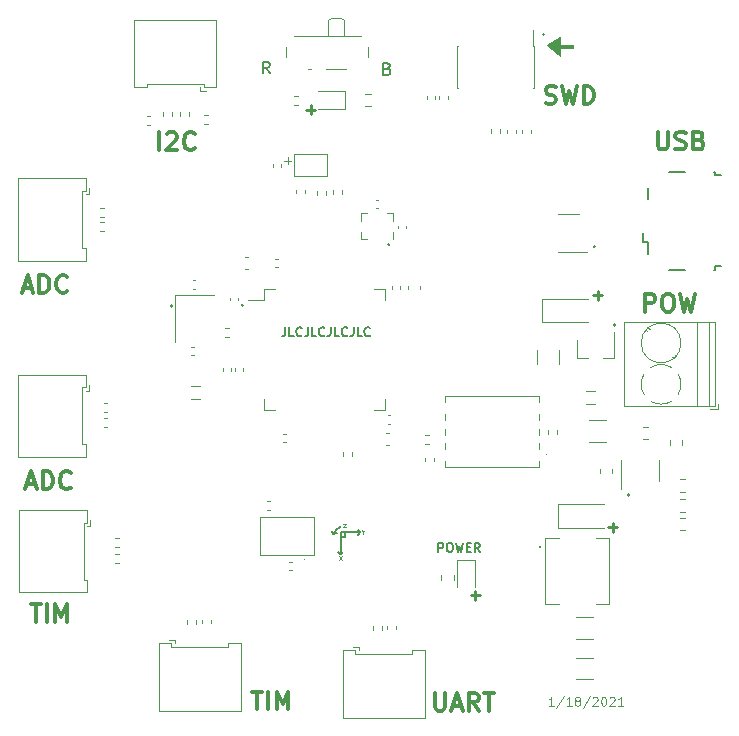
<source format=gbr>
%TF.GenerationSoftware,KiCad,Pcbnew,(5.1.8)-1*%
%TF.CreationDate,2021-01-21T22:43:38-05:00*%
%TF.ProjectId,Sensor Project,53656e73-6f72-4205-9072-6f6a6563742e,rev?*%
%TF.SameCoordinates,Original*%
%TF.FileFunction,Legend,Top*%
%TF.FilePolarity,Positive*%
%FSLAX46Y46*%
G04 Gerber Fmt 4.6, Leading zero omitted, Abs format (unit mm)*
G04 Created by KiCad (PCBNEW (5.1.8)-1) date 2021-01-21 22:43:38*
%MOMM*%
%LPD*%
G01*
G04 APERTURE LIST*
%ADD10C,0.250000*%
%ADD11C,0.150000*%
%ADD12C,0.187500*%
%ADD13C,0.125000*%
%ADD14C,0.300000*%
%ADD15C,0.075000*%
%ADD16C,0.100000*%
%ADD17C,0.120000*%
G04 APERTURE END LIST*
D10*
X149819047Y-74071428D02*
X150580952Y-74071428D01*
X150200000Y-74452380D02*
X150200000Y-73690476D01*
D11*
X175967082Y-92300000D02*
G75*
G03*
X175967082Y-92300000I-67082J0D01*
G01*
X138467082Y-90700000D02*
G75*
G03*
X138467082Y-90700000I-67082J0D01*
G01*
X169967082Y-67700000D02*
G75*
G03*
X169967082Y-67700000I-67082J0D01*
G01*
X174267082Y-85700000D02*
G75*
G03*
X174267082Y-85700000I-67082J0D01*
G01*
X156867082Y-85500000D02*
G75*
G03*
X156867082Y-85500000I-67082J0D01*
G01*
X169667082Y-111100000D02*
G75*
G03*
X169667082Y-111100000I-67082J0D01*
G01*
X177167082Y-106700000D02*
G75*
G03*
X177167082Y-106700000I-67082J0D01*
G01*
D12*
X148035714Y-92489285D02*
X148035714Y-93025000D01*
X148000000Y-93132142D01*
X147928571Y-93203571D01*
X147821428Y-93239285D01*
X147750000Y-93239285D01*
X148750000Y-93239285D02*
X148392857Y-93239285D01*
X148392857Y-92489285D01*
X149428571Y-93167857D02*
X149392857Y-93203571D01*
X149285714Y-93239285D01*
X149214285Y-93239285D01*
X149107142Y-93203571D01*
X149035714Y-93132142D01*
X149000000Y-93060714D01*
X148964285Y-92917857D01*
X148964285Y-92810714D01*
X149000000Y-92667857D01*
X149035714Y-92596428D01*
X149107142Y-92525000D01*
X149214285Y-92489285D01*
X149285714Y-92489285D01*
X149392857Y-92525000D01*
X149428571Y-92560714D01*
X149964285Y-92489285D02*
X149964285Y-93025000D01*
X149928571Y-93132142D01*
X149857142Y-93203571D01*
X149750000Y-93239285D01*
X149678571Y-93239285D01*
X150678571Y-93239285D02*
X150321428Y-93239285D01*
X150321428Y-92489285D01*
X151357142Y-93167857D02*
X151321428Y-93203571D01*
X151214285Y-93239285D01*
X151142857Y-93239285D01*
X151035714Y-93203571D01*
X150964285Y-93132142D01*
X150928571Y-93060714D01*
X150892857Y-92917857D01*
X150892857Y-92810714D01*
X150928571Y-92667857D01*
X150964285Y-92596428D01*
X151035714Y-92525000D01*
X151142857Y-92489285D01*
X151214285Y-92489285D01*
X151321428Y-92525000D01*
X151357142Y-92560714D01*
X151892857Y-92489285D02*
X151892857Y-93025000D01*
X151857142Y-93132142D01*
X151785714Y-93203571D01*
X151678571Y-93239285D01*
X151607142Y-93239285D01*
X152607142Y-93239285D02*
X152250000Y-93239285D01*
X152250000Y-92489285D01*
X153285714Y-93167857D02*
X153250000Y-93203571D01*
X153142857Y-93239285D01*
X153071428Y-93239285D01*
X152964285Y-93203571D01*
X152892857Y-93132142D01*
X152857142Y-93060714D01*
X152821428Y-92917857D01*
X152821428Y-92810714D01*
X152857142Y-92667857D01*
X152892857Y-92596428D01*
X152964285Y-92525000D01*
X153071428Y-92489285D01*
X153142857Y-92489285D01*
X153250000Y-92525000D01*
X153285714Y-92560714D01*
X153821428Y-92489285D02*
X153821428Y-93025000D01*
X153785714Y-93132142D01*
X153714285Y-93203571D01*
X153607142Y-93239285D01*
X153535714Y-93239285D01*
X154535714Y-93239285D02*
X154178571Y-93239285D01*
X154178571Y-92489285D01*
X155214285Y-93167857D02*
X155178571Y-93203571D01*
X155071428Y-93239285D01*
X155000000Y-93239285D01*
X154892857Y-93203571D01*
X154821428Y-93132142D01*
X154785714Y-93060714D01*
X154750000Y-92917857D01*
X154750000Y-92810714D01*
X154785714Y-92667857D01*
X154821428Y-92596428D01*
X154892857Y-92525000D01*
X155000000Y-92489285D01*
X155071428Y-92489285D01*
X155178571Y-92525000D01*
X155214285Y-92560714D01*
D13*
X170785714Y-124539285D02*
X170357142Y-124539285D01*
X170571428Y-124539285D02*
X170571428Y-123789285D01*
X170500000Y-123896428D01*
X170428571Y-123967857D01*
X170357142Y-124003571D01*
X171642857Y-123753571D02*
X171000000Y-124717857D01*
X172285714Y-124539285D02*
X171857142Y-124539285D01*
X172071428Y-124539285D02*
X172071428Y-123789285D01*
X172000000Y-123896428D01*
X171928571Y-123967857D01*
X171857142Y-124003571D01*
X172714285Y-124110714D02*
X172642857Y-124075000D01*
X172607142Y-124039285D01*
X172571428Y-123967857D01*
X172571428Y-123932142D01*
X172607142Y-123860714D01*
X172642857Y-123825000D01*
X172714285Y-123789285D01*
X172857142Y-123789285D01*
X172928571Y-123825000D01*
X172964285Y-123860714D01*
X173000000Y-123932142D01*
X173000000Y-123967857D01*
X172964285Y-124039285D01*
X172928571Y-124075000D01*
X172857142Y-124110714D01*
X172714285Y-124110714D01*
X172642857Y-124146428D01*
X172607142Y-124182142D01*
X172571428Y-124253571D01*
X172571428Y-124396428D01*
X172607142Y-124467857D01*
X172642857Y-124503571D01*
X172714285Y-124539285D01*
X172857142Y-124539285D01*
X172928571Y-124503571D01*
X172964285Y-124467857D01*
X173000000Y-124396428D01*
X173000000Y-124253571D01*
X172964285Y-124182142D01*
X172928571Y-124146428D01*
X172857142Y-124110714D01*
X173857142Y-123753571D02*
X173214285Y-124717857D01*
X174071428Y-123860714D02*
X174107142Y-123825000D01*
X174178571Y-123789285D01*
X174357142Y-123789285D01*
X174428571Y-123825000D01*
X174464285Y-123860714D01*
X174500000Y-123932142D01*
X174500000Y-124003571D01*
X174464285Y-124110714D01*
X174035714Y-124539285D01*
X174500000Y-124539285D01*
X174964285Y-123789285D02*
X175035714Y-123789285D01*
X175107142Y-123825000D01*
X175142857Y-123860714D01*
X175178571Y-123932142D01*
X175214285Y-124075000D01*
X175214285Y-124253571D01*
X175178571Y-124396428D01*
X175142857Y-124467857D01*
X175107142Y-124503571D01*
X175035714Y-124539285D01*
X174964285Y-124539285D01*
X174892857Y-124503571D01*
X174857142Y-124467857D01*
X174821428Y-124396428D01*
X174785714Y-124253571D01*
X174785714Y-124075000D01*
X174821428Y-123932142D01*
X174857142Y-123860714D01*
X174892857Y-123825000D01*
X174964285Y-123789285D01*
X175500000Y-123860714D02*
X175535714Y-123825000D01*
X175607142Y-123789285D01*
X175785714Y-123789285D01*
X175857142Y-123825000D01*
X175892857Y-123860714D01*
X175928571Y-123932142D01*
X175928571Y-124003571D01*
X175892857Y-124110714D01*
X175464285Y-124539285D01*
X175928571Y-124539285D01*
X176642857Y-124539285D02*
X176214285Y-124539285D01*
X176428571Y-124539285D02*
X176428571Y-123789285D01*
X176357142Y-123896428D01*
X176285714Y-123967857D01*
X176214285Y-124003571D01*
D12*
X160997857Y-111519285D02*
X160997857Y-110769285D01*
X161283571Y-110769285D01*
X161355000Y-110805000D01*
X161390714Y-110840714D01*
X161426428Y-110912142D01*
X161426428Y-111019285D01*
X161390714Y-111090714D01*
X161355000Y-111126428D01*
X161283571Y-111162142D01*
X160997857Y-111162142D01*
X161890714Y-110769285D02*
X162033571Y-110769285D01*
X162105000Y-110805000D01*
X162176428Y-110876428D01*
X162212142Y-111019285D01*
X162212142Y-111269285D01*
X162176428Y-111412142D01*
X162105000Y-111483571D01*
X162033571Y-111519285D01*
X161890714Y-111519285D01*
X161819285Y-111483571D01*
X161747857Y-111412142D01*
X161712142Y-111269285D01*
X161712142Y-111019285D01*
X161747857Y-110876428D01*
X161819285Y-110805000D01*
X161890714Y-110769285D01*
X162462142Y-110769285D02*
X162640714Y-111519285D01*
X162783571Y-110983571D01*
X162926428Y-111519285D01*
X163105000Y-110769285D01*
X163390714Y-111126428D02*
X163640714Y-111126428D01*
X163747857Y-111519285D02*
X163390714Y-111519285D01*
X163390714Y-110769285D01*
X163747857Y-110769285D01*
X164497857Y-111519285D02*
X164247857Y-111162142D01*
X164069285Y-111519285D02*
X164069285Y-110769285D01*
X164355000Y-110769285D01*
X164426428Y-110805000D01*
X164462142Y-110840714D01*
X164497857Y-110912142D01*
X164497857Y-111019285D01*
X164462142Y-111090714D01*
X164426428Y-111126428D01*
X164355000Y-111162142D01*
X164069285Y-111162142D01*
D14*
X178514285Y-91178571D02*
X178514285Y-89678571D01*
X179085714Y-89678571D01*
X179228571Y-89750000D01*
X179300000Y-89821428D01*
X179371428Y-89964285D01*
X179371428Y-90178571D01*
X179300000Y-90321428D01*
X179228571Y-90392857D01*
X179085714Y-90464285D01*
X178514285Y-90464285D01*
X180300000Y-89678571D02*
X180585714Y-89678571D01*
X180728571Y-89750000D01*
X180871428Y-89892857D01*
X180942857Y-90178571D01*
X180942857Y-90678571D01*
X180871428Y-90964285D01*
X180728571Y-91107142D01*
X180585714Y-91178571D01*
X180300000Y-91178571D01*
X180157142Y-91107142D01*
X180014285Y-90964285D01*
X179942857Y-90678571D01*
X179942857Y-90178571D01*
X180014285Y-89892857D01*
X180157142Y-89750000D01*
X180300000Y-89678571D01*
X181442857Y-89678571D02*
X181800000Y-91178571D01*
X182085714Y-90107142D01*
X182371428Y-91178571D01*
X182728571Y-89678571D01*
D10*
X174119047Y-89771428D02*
X174880952Y-89771428D01*
X174500000Y-90152380D02*
X174500000Y-89390476D01*
D15*
X152970000Y-109125714D02*
X153170000Y-109125714D01*
X152970000Y-109425714D01*
X153170000Y-109425714D01*
D11*
X152110000Y-110040000D02*
X152380000Y-109960000D01*
X152060000Y-110020000D02*
X152000000Y-109720000D01*
X152130000Y-109989999D02*
G75*
G02*
X152713186Y-109376656I1273185J-626656D01*
G01*
D15*
X154660000Y-109842857D02*
X154660000Y-109985714D01*
X154560000Y-109685714D02*
X154660000Y-109842857D01*
X154760000Y-109685714D01*
X152610000Y-111895714D02*
X152810000Y-112195714D01*
X152810000Y-111895714D02*
X152610000Y-112195714D01*
D11*
X153090000Y-110220000D02*
X153090000Y-109850000D01*
X153090000Y-110240000D02*
X152750000Y-110240000D01*
X154380000Y-109850000D02*
X154200000Y-110070000D01*
X154380000Y-109850000D02*
X154230000Y-109630000D01*
X152720000Y-109850000D02*
X154380000Y-109850000D01*
X152720000Y-111720000D02*
X152930000Y-111530000D01*
X152700000Y-111700000D02*
X152530000Y-111530000D01*
X152720000Y-109880000D02*
X152720000Y-111720000D01*
X144477082Y-90650000D02*
G75*
G03*
X144477082Y-90650000I-67082J0D01*
G01*
D10*
X163749047Y-115191428D02*
X164510952Y-115191428D01*
X164130000Y-115572380D02*
X164130000Y-114810476D01*
D11*
X156681428Y-70598571D02*
X156824285Y-70646190D01*
X156871904Y-70693809D01*
X156919523Y-70789047D01*
X156919523Y-70931904D01*
X156871904Y-71027142D01*
X156824285Y-71074761D01*
X156729047Y-71122380D01*
X156348095Y-71122380D01*
X156348095Y-70122380D01*
X156681428Y-70122380D01*
X156776666Y-70170000D01*
X156824285Y-70217619D01*
X156871904Y-70312857D01*
X156871904Y-70408095D01*
X156824285Y-70503333D01*
X156776666Y-70550952D01*
X156681428Y-70598571D01*
X156348095Y-70598571D01*
X146709523Y-71002380D02*
X146376190Y-70526190D01*
X146138095Y-71002380D02*
X146138095Y-70002380D01*
X146519047Y-70002380D01*
X146614285Y-70050000D01*
X146661904Y-70097619D01*
X146709523Y-70192857D01*
X146709523Y-70335714D01*
X146661904Y-70430952D01*
X146614285Y-70478571D01*
X146519047Y-70526190D01*
X146138095Y-70526190D01*
D16*
G36*
X172440000Y-68820000D02*
G01*
X171110000Y-68820000D01*
X171110000Y-68600000D01*
X172440000Y-68600000D01*
X172440000Y-68820000D01*
G37*
X172440000Y-68820000D02*
X171110000Y-68820000D01*
X171110000Y-68600000D01*
X172440000Y-68600000D01*
X172440000Y-68820000D01*
G36*
X171270000Y-69500000D02*
G01*
X170170000Y-68620000D01*
X170160000Y-68600000D01*
X171270000Y-67910000D01*
X171270000Y-69500000D01*
G37*
X171270000Y-69500000D02*
X170170000Y-68620000D01*
X170160000Y-68600000D01*
X171270000Y-67910000D01*
X171270000Y-69500000D01*
D14*
X179577142Y-75938571D02*
X179577142Y-77152857D01*
X179648571Y-77295714D01*
X179720000Y-77367142D01*
X179862857Y-77438571D01*
X180148571Y-77438571D01*
X180291428Y-77367142D01*
X180362857Y-77295714D01*
X180434285Y-77152857D01*
X180434285Y-75938571D01*
X181077142Y-77367142D02*
X181291428Y-77438571D01*
X181648571Y-77438571D01*
X181791428Y-77367142D01*
X181862857Y-77295714D01*
X181934285Y-77152857D01*
X181934285Y-77010000D01*
X181862857Y-76867142D01*
X181791428Y-76795714D01*
X181648571Y-76724285D01*
X181362857Y-76652857D01*
X181220000Y-76581428D01*
X181148571Y-76510000D01*
X181077142Y-76367142D01*
X181077142Y-76224285D01*
X181148571Y-76081428D01*
X181220000Y-76010000D01*
X181362857Y-75938571D01*
X181720000Y-75938571D01*
X181934285Y-76010000D01*
X183077142Y-76652857D02*
X183291428Y-76724285D01*
X183362857Y-76795714D01*
X183434285Y-76938571D01*
X183434285Y-77152857D01*
X183362857Y-77295714D01*
X183291428Y-77367142D01*
X183148571Y-77438571D01*
X182577142Y-77438571D01*
X182577142Y-75938571D01*
X183077142Y-75938571D01*
X183220000Y-76010000D01*
X183291428Y-76081428D01*
X183362857Y-76224285D01*
X183362857Y-76367142D01*
X183291428Y-76510000D01*
X183220000Y-76581428D01*
X183077142Y-76652857D01*
X182577142Y-76652857D01*
X160717142Y-123468571D02*
X160717142Y-124682857D01*
X160788571Y-124825714D01*
X160860000Y-124897142D01*
X161002857Y-124968571D01*
X161288571Y-124968571D01*
X161431428Y-124897142D01*
X161502857Y-124825714D01*
X161574285Y-124682857D01*
X161574285Y-123468571D01*
X162217142Y-124540000D02*
X162931428Y-124540000D01*
X162074285Y-124968571D02*
X162574285Y-123468571D01*
X163074285Y-124968571D01*
X164431428Y-124968571D02*
X163931428Y-124254285D01*
X163574285Y-124968571D02*
X163574285Y-123468571D01*
X164145714Y-123468571D01*
X164288571Y-123540000D01*
X164360000Y-123611428D01*
X164431428Y-123754285D01*
X164431428Y-123968571D01*
X164360000Y-124111428D01*
X164288571Y-124182857D01*
X164145714Y-124254285D01*
X163574285Y-124254285D01*
X164860000Y-123468571D02*
X165717142Y-123468571D01*
X165288571Y-124968571D02*
X165288571Y-123468571D01*
X145237142Y-123358571D02*
X146094285Y-123358571D01*
X145665714Y-124858571D02*
X145665714Y-123358571D01*
X146594285Y-124858571D02*
X146594285Y-123358571D01*
X147308571Y-124858571D02*
X147308571Y-123358571D01*
X147808571Y-124430000D01*
X148308571Y-123358571D01*
X148308571Y-124858571D01*
X126477142Y-115928571D02*
X127334285Y-115928571D01*
X126905714Y-117428571D02*
X126905714Y-115928571D01*
X127834285Y-117428571D02*
X127834285Y-115928571D01*
X128548571Y-117428571D02*
X128548571Y-115928571D01*
X129048571Y-117000000D01*
X129548571Y-115928571D01*
X129548571Y-117428571D01*
X126162857Y-105780000D02*
X126877142Y-105780000D01*
X126020000Y-106208571D02*
X126520000Y-104708571D01*
X127020000Y-106208571D01*
X127520000Y-106208571D02*
X127520000Y-104708571D01*
X127877142Y-104708571D01*
X128091428Y-104780000D01*
X128234285Y-104922857D01*
X128305714Y-105065714D01*
X128377142Y-105351428D01*
X128377142Y-105565714D01*
X128305714Y-105851428D01*
X128234285Y-105994285D01*
X128091428Y-106137142D01*
X127877142Y-106208571D01*
X127520000Y-106208571D01*
X129877142Y-106065714D02*
X129805714Y-106137142D01*
X129591428Y-106208571D01*
X129448571Y-106208571D01*
X129234285Y-106137142D01*
X129091428Y-105994285D01*
X129020000Y-105851428D01*
X128948571Y-105565714D01*
X128948571Y-105351428D01*
X129020000Y-105065714D01*
X129091428Y-104922857D01*
X129234285Y-104780000D01*
X129448571Y-104708571D01*
X129591428Y-104708571D01*
X129805714Y-104780000D01*
X129877142Y-104851428D01*
X125862857Y-89160000D02*
X126577142Y-89160000D01*
X125720000Y-89588571D02*
X126220000Y-88088571D01*
X126720000Y-89588571D01*
X127220000Y-89588571D02*
X127220000Y-88088571D01*
X127577142Y-88088571D01*
X127791428Y-88160000D01*
X127934285Y-88302857D01*
X128005714Y-88445714D01*
X128077142Y-88731428D01*
X128077142Y-88945714D01*
X128005714Y-89231428D01*
X127934285Y-89374285D01*
X127791428Y-89517142D01*
X127577142Y-89588571D01*
X127220000Y-89588571D01*
X129577142Y-89445714D02*
X129505714Y-89517142D01*
X129291428Y-89588571D01*
X129148571Y-89588571D01*
X128934285Y-89517142D01*
X128791428Y-89374285D01*
X128720000Y-89231428D01*
X128648571Y-88945714D01*
X128648571Y-88731428D01*
X128720000Y-88445714D01*
X128791428Y-88302857D01*
X128934285Y-88160000D01*
X129148571Y-88088571D01*
X129291428Y-88088571D01*
X129505714Y-88160000D01*
X129577142Y-88231428D01*
X170094285Y-73507142D02*
X170308571Y-73578571D01*
X170665714Y-73578571D01*
X170808571Y-73507142D01*
X170880000Y-73435714D01*
X170951428Y-73292857D01*
X170951428Y-73150000D01*
X170880000Y-73007142D01*
X170808571Y-72935714D01*
X170665714Y-72864285D01*
X170380000Y-72792857D01*
X170237142Y-72721428D01*
X170165714Y-72650000D01*
X170094285Y-72507142D01*
X170094285Y-72364285D01*
X170165714Y-72221428D01*
X170237142Y-72150000D01*
X170380000Y-72078571D01*
X170737142Y-72078571D01*
X170951428Y-72150000D01*
X171451428Y-72078571D02*
X171808571Y-73578571D01*
X172094285Y-72507142D01*
X172380000Y-73578571D01*
X172737142Y-72078571D01*
X173308571Y-73578571D02*
X173308571Y-72078571D01*
X173665714Y-72078571D01*
X173880000Y-72150000D01*
X174022857Y-72292857D01*
X174094285Y-72435714D01*
X174165714Y-72721428D01*
X174165714Y-72935714D01*
X174094285Y-73221428D01*
X174022857Y-73364285D01*
X173880000Y-73507142D01*
X173665714Y-73578571D01*
X173308571Y-73578571D01*
X137375714Y-77498571D02*
X137375714Y-75998571D01*
X138018571Y-76141428D02*
X138090000Y-76070000D01*
X138232857Y-75998571D01*
X138590000Y-75998571D01*
X138732857Y-76070000D01*
X138804285Y-76141428D01*
X138875714Y-76284285D01*
X138875714Y-76427142D01*
X138804285Y-76641428D01*
X137947142Y-77498571D01*
X138875714Y-77498571D01*
X140375714Y-77355714D02*
X140304285Y-77427142D01*
X140090000Y-77498571D01*
X139947142Y-77498571D01*
X139732857Y-77427142D01*
X139590000Y-77284285D01*
X139518571Y-77141428D01*
X139447142Y-76855714D01*
X139447142Y-76641428D01*
X139518571Y-76355714D01*
X139590000Y-76212857D01*
X139732857Y-76070000D01*
X139947142Y-75998571D01*
X140090000Y-75998571D01*
X140304285Y-76070000D01*
X140375714Y-76141428D01*
D10*
X175369047Y-109451428D02*
X176130952Y-109451428D01*
X175750000Y-109832380D02*
X175750000Y-109070476D01*
D17*
%TO.C,D5*%
X151540000Y-79650000D02*
X148740000Y-79650000D01*
X148740000Y-79650000D02*
X148740000Y-77850000D01*
X148740000Y-77850000D02*
X151540000Y-77850000D01*
X151540000Y-77850000D02*
X151540000Y-79650000D01*
%TO.C,C16*%
X140307836Y-94140000D02*
X140092164Y-94140000D01*
X140307836Y-94860000D02*
X140092164Y-94860000D01*
%TO.C,C15*%
X140192164Y-89240000D02*
X140407836Y-89240000D01*
X140192164Y-88520000D02*
X140407836Y-88520000D01*
D11*
%TO.C,J1*%
X178750000Y-81670000D02*
X178750000Y-80670000D01*
X178750000Y-85270000D02*
X178750000Y-86270000D01*
X178325000Y-85270000D02*
X178750000Y-85270000D01*
X178325000Y-84545000D02*
X178325000Y-85270000D01*
X181900000Y-79320000D02*
X180500000Y-79320000D01*
X184450000Y-79320000D02*
X184300000Y-79320000D01*
X184450000Y-79620000D02*
X184450000Y-79320000D01*
X184900000Y-79620000D02*
X184450000Y-79620000D01*
X184450000Y-87320000D02*
X184900000Y-87320000D01*
X184450000Y-87620000D02*
X184450000Y-87320000D01*
X184300000Y-87620000D02*
X184450000Y-87620000D01*
X180500000Y-87620000D02*
X181900000Y-87620000D01*
D17*
%TO.C,SW1*%
X148140000Y-68810000D02*
X148140000Y-69600000D01*
X155040000Y-69600000D02*
X155040000Y-68810000D01*
X153190000Y-70650000D02*
X151490000Y-70650000D01*
X154440000Y-67800000D02*
X148740000Y-67800000D01*
X151690000Y-66510000D02*
X151690000Y-67800000D01*
X152790000Y-66300000D02*
X151890000Y-66300000D01*
X152990000Y-67800000D02*
X152990000Y-66510000D01*
X151690000Y-66510000D02*
X151890000Y-66300000D01*
X152990000Y-66510000D02*
X152790000Y-66300000D01*
X150190000Y-70650000D02*
X149990000Y-70650000D01*
%TO.C,FB1*%
X174279622Y-98990000D02*
X173480378Y-98990000D01*
X174279622Y-97870000D02*
X173480378Y-97870000D01*
%TO.C,J2*%
X181540000Y-93830000D02*
G75*
G03*
X181540000Y-93830000I-1680000J0D01*
G01*
X183960000Y-99140000D02*
X183960000Y-92020000D01*
X182860000Y-99140000D02*
X182860000Y-92020000D01*
X176700000Y-99140000D02*
X176700000Y-92020000D01*
X184420000Y-99140000D02*
X184420000Y-92020000D01*
X176700000Y-99140000D02*
X184420000Y-99140000D01*
X176700000Y-92020000D02*
X184420000Y-92020000D01*
X178791000Y-92555000D02*
X178919000Y-92684000D01*
X181041000Y-94805000D02*
X181134000Y-94899000D01*
X178585000Y-92760000D02*
X178679000Y-92854000D01*
X180801000Y-94975000D02*
X180929000Y-95104000D01*
X184020000Y-99380000D02*
X184660000Y-99380000D01*
X184660000Y-99380000D02*
X184660000Y-98980000D01*
X181540099Y-97301326D02*
G75*
G02*
X181300000Y-98196000I-1680099J-28674D01*
G01*
X180749894Y-98755358D02*
G75*
G02*
X178994000Y-98770000I-889894J1425358D01*
G01*
X178434642Y-98219894D02*
G75*
G02*
X178420000Y-96464000I1425358J889894D01*
G01*
X178969807Y-95904495D02*
G75*
G02*
X180751000Y-95905000I890193J-1425505D01*
G01*
X181284721Y-96439736D02*
G75*
G02*
X181540000Y-97330000I-1424721J-890264D01*
G01*
%TO.C,U2*%
X146250000Y-90230000D02*
X144910000Y-90230000D01*
X146250000Y-89280000D02*
X146250000Y-90230000D01*
X147200000Y-89280000D02*
X146250000Y-89280000D01*
X156470000Y-89280000D02*
X156470000Y-90230000D01*
X155520000Y-89280000D02*
X156470000Y-89280000D01*
X146250000Y-99500000D02*
X146250000Y-98550000D01*
X147200000Y-99500000D02*
X146250000Y-99500000D01*
X156470000Y-99500000D02*
X156470000Y-98550000D01*
X155520000Y-99500000D02*
X156470000Y-99500000D01*
%TO.C,D1*%
X169750000Y-90080000D02*
X173650000Y-90080000D01*
X169750000Y-92080000D02*
X173650000Y-92080000D01*
X169750000Y-90080000D02*
X169750000Y-92080000D01*
%TO.C,J4*%
X135230000Y-66470000D02*
X138715000Y-66470000D01*
X135230000Y-72190000D02*
X135230000Y-66470000D01*
X136300000Y-72190000D02*
X135230000Y-72190000D01*
X136300000Y-71890000D02*
X136300000Y-72190000D01*
X138715000Y-71890000D02*
X136300000Y-71890000D01*
X142200000Y-66470000D02*
X138715000Y-66470000D01*
X142200000Y-72190000D02*
X142200000Y-66470000D01*
X141130000Y-72190000D02*
X142200000Y-72190000D01*
X141130000Y-71890000D02*
X141130000Y-72190000D01*
X138715000Y-71890000D02*
X141130000Y-71890000D01*
X140840000Y-72480000D02*
X141340000Y-72480000D01*
X140840000Y-72180000D02*
X140840000Y-72480000D01*
%TO.C,J3*%
X159860000Y-125560000D02*
X156375000Y-125560000D01*
X159860000Y-119840000D02*
X159860000Y-125560000D01*
X158790000Y-119840000D02*
X159860000Y-119840000D01*
X158790000Y-120140000D02*
X158790000Y-119840000D01*
X156375000Y-120140000D02*
X158790000Y-120140000D01*
X152890000Y-125560000D02*
X156375000Y-125560000D01*
X152890000Y-119840000D02*
X152890000Y-125560000D01*
X153960000Y-119840000D02*
X152890000Y-119840000D01*
X153960000Y-120140000D02*
X153960000Y-119840000D01*
X156375000Y-120140000D02*
X153960000Y-120140000D01*
X154250000Y-119550000D02*
X153750000Y-119550000D01*
X154250000Y-119850000D02*
X154250000Y-119550000D01*
%TO.C,J7*%
X144280000Y-124970000D02*
X140795000Y-124970000D01*
X144280000Y-119250000D02*
X144280000Y-124970000D01*
X143210000Y-119250000D02*
X144280000Y-119250000D01*
X143210000Y-119550000D02*
X143210000Y-119250000D01*
X140795000Y-119550000D02*
X143210000Y-119550000D01*
X137310000Y-124970000D02*
X140795000Y-124970000D01*
X137310000Y-119250000D02*
X137310000Y-124970000D01*
X138380000Y-119250000D02*
X137310000Y-119250000D01*
X138380000Y-119550000D02*
X138380000Y-119250000D01*
X140795000Y-119550000D02*
X138380000Y-119550000D01*
X138670000Y-118960000D02*
X138170000Y-118960000D01*
X138670000Y-119260000D02*
X138670000Y-118960000D01*
%TO.C,J6*%
X125540000Y-114950000D02*
X125540000Y-111465000D01*
X131260000Y-114950000D02*
X125540000Y-114950000D01*
X131260000Y-113880000D02*
X131260000Y-114950000D01*
X130960000Y-113880000D02*
X131260000Y-113880000D01*
X130960000Y-111465000D02*
X130960000Y-113880000D01*
X125540000Y-107980000D02*
X125540000Y-111465000D01*
X131260000Y-107980000D02*
X125540000Y-107980000D01*
X131260000Y-109050000D02*
X131260000Y-107980000D01*
X130960000Y-109050000D02*
X131260000Y-109050000D01*
X130960000Y-111465000D02*
X130960000Y-109050000D01*
X131550000Y-109340000D02*
X131550000Y-108840000D01*
X131250000Y-109340000D02*
X131550000Y-109340000D01*
%TO.C,J8*%
X125440000Y-86860000D02*
X125440000Y-83375000D01*
X131160000Y-86860000D02*
X125440000Y-86860000D01*
X131160000Y-85790000D02*
X131160000Y-86860000D01*
X130860000Y-85790000D02*
X131160000Y-85790000D01*
X130860000Y-83375000D02*
X130860000Y-85790000D01*
X125440000Y-79890000D02*
X125440000Y-83375000D01*
X131160000Y-79890000D02*
X125440000Y-79890000D01*
X131160000Y-80960000D02*
X131160000Y-79890000D01*
X130860000Y-80960000D02*
X131160000Y-80960000D01*
X130860000Y-83375000D02*
X130860000Y-80960000D01*
X131450000Y-81250000D02*
X131450000Y-80750000D01*
X131150000Y-81250000D02*
X131450000Y-81250000D01*
%TO.C,J9*%
X125440000Y-103480000D02*
X125440000Y-99995000D01*
X131160000Y-103480000D02*
X125440000Y-103480000D01*
X131160000Y-102410000D02*
X131160000Y-103480000D01*
X130860000Y-102410000D02*
X131160000Y-102410000D01*
X130860000Y-99995000D02*
X130860000Y-102410000D01*
X125440000Y-96510000D02*
X125440000Y-99995000D01*
X131160000Y-96510000D02*
X125440000Y-96510000D01*
X131160000Y-97580000D02*
X131160000Y-96510000D01*
X130860000Y-97580000D02*
X131160000Y-97580000D01*
X130860000Y-99995000D02*
X130860000Y-97580000D01*
X131450000Y-97870000D02*
X131450000Y-97370000D01*
X131150000Y-97870000D02*
X131450000Y-97870000D01*
%TO.C,C1*%
X175211252Y-100390000D02*
X173788748Y-100390000D01*
X175211252Y-102210000D02*
X173788748Y-102210000D01*
%TO.C,C2*%
X175710000Y-104539420D02*
X175710000Y-104820580D01*
X174690000Y-104539420D02*
X174690000Y-104820580D01*
%TO.C,C3*%
X172638748Y-120470000D02*
X174061252Y-120470000D01*
X172638748Y-122290000D02*
X174061252Y-122290000D01*
%TO.C,C4*%
X172688748Y-118890000D02*
X174111252Y-118890000D01*
X172688748Y-117070000D02*
X174111252Y-117070000D01*
%TO.C,C5*%
X144890580Y-86560000D02*
X144609420Y-86560000D01*
X144890580Y-87580000D02*
X144609420Y-87580000D01*
%TO.C,C6*%
X156559420Y-102460000D02*
X156840580Y-102460000D01*
X156559420Y-101440000D02*
X156840580Y-101440000D01*
%TO.C,C7*%
X144060000Y-90227836D02*
X144060000Y-90012164D01*
X143340000Y-90227836D02*
X143340000Y-90012164D01*
%TO.C,C8*%
X158410000Y-89280580D02*
X158410000Y-88999420D01*
X159430000Y-89280580D02*
X159430000Y-88999420D01*
%TO.C,C9*%
X148077836Y-101510000D02*
X147862164Y-101510000D01*
X148077836Y-102230000D02*
X147862164Y-102230000D01*
%TO.C,C10*%
X156722164Y-99930000D02*
X156937836Y-99930000D01*
X156722164Y-100650000D02*
X156937836Y-100650000D01*
%TO.C,C11*%
X147212164Y-86690000D02*
X147427836Y-86690000D01*
X147212164Y-87410000D02*
X147427836Y-87410000D01*
%TO.C,C12*%
X157760000Y-89247836D02*
X157760000Y-89032164D01*
X157040000Y-89247836D02*
X157040000Y-89032164D01*
%TO.C,C13*%
X142730000Y-96177836D02*
X142730000Y-95962164D01*
X143450000Y-96177836D02*
X143450000Y-95962164D01*
%TO.C,C14*%
X144480000Y-96197836D02*
X144480000Y-95982164D01*
X143760000Y-96197836D02*
X143760000Y-95982164D01*
%TO.C,C17*%
X146970000Y-78682164D02*
X146970000Y-78897836D01*
X147690000Y-78682164D02*
X147690000Y-78897836D01*
%TO.C,C18*%
X160630000Y-103572164D02*
X160630000Y-103787836D01*
X159910000Y-103572164D02*
X159910000Y-103787836D01*
%TO.C,C19*%
X157550000Y-83912164D02*
X157550000Y-84127836D01*
X158270000Y-83912164D02*
X158270000Y-84127836D01*
%TO.C,C20*%
X155702164Y-81720000D02*
X155917836Y-81720000D01*
X155702164Y-82440000D02*
X155917836Y-82440000D01*
%TO.C,C21*%
X146707836Y-107240000D02*
X146492164Y-107240000D01*
X146707836Y-107960000D02*
X146492164Y-107960000D01*
%TO.C,C22*%
X148597836Y-113070000D02*
X148382164Y-113070000D01*
X148597836Y-112350000D02*
X148382164Y-112350000D01*
%TO.C,C23*%
X160010000Y-73147836D02*
X160010000Y-72932164D01*
X160730000Y-73147836D02*
X160730000Y-72932164D01*
%TO.C,D2*%
X171100000Y-107490000D02*
X175000000Y-107490000D01*
X171100000Y-109490000D02*
X175000000Y-109490000D01*
X171100000Y-107490000D02*
X171100000Y-109490000D01*
%TO.C,D3*%
X164085000Y-114490000D02*
X164085000Y-112205000D01*
X164085000Y-112205000D02*
X162615000Y-112205000D01*
X162615000Y-112205000D02*
X162615000Y-114490000D01*
%TO.C,D4*%
X153135000Y-72535000D02*
X150850000Y-72535000D01*
X153135000Y-74005000D02*
X153135000Y-72535000D01*
X150850000Y-74005000D02*
X153135000Y-74005000D01*
%TO.C,F1*%
X171210000Y-95602064D02*
X171210000Y-94397936D01*
X169390000Y-95602064D02*
X169390000Y-94397936D01*
%TO.C,FB2*%
X140839622Y-97470000D02*
X140040378Y-97470000D01*
X140839622Y-98590000D02*
X140040378Y-98590000D01*
%TO.C,J5*%
X162680000Y-72205000D02*
X162615000Y-72205000D01*
X162680000Y-68675000D02*
X162615000Y-68675000D01*
X169085000Y-72205000D02*
X169020000Y-72205000D01*
X169085000Y-68675000D02*
X169020000Y-68675000D01*
X169020000Y-67350000D02*
X169020000Y-68675000D01*
X162615000Y-68675000D02*
X162615000Y-72205000D01*
X169085000Y-68675000D02*
X169085000Y-72205000D01*
%TO.C,L1*%
X170060000Y-115910000D02*
X171210000Y-115910000D01*
X175460000Y-115910000D02*
X174310000Y-115910000D01*
X170060000Y-110310000D02*
X171210000Y-110310000D01*
X175460000Y-110310000D02*
X174310000Y-110310000D01*
X170060000Y-110310000D02*
X170060000Y-115910000D01*
X175460000Y-110310000D02*
X175460000Y-115910000D01*
%TO.C,Q1*%
X172720000Y-95060000D02*
X172720000Y-93600000D01*
X175880000Y-95060000D02*
X175880000Y-92900000D01*
X175880000Y-95060000D02*
X174950000Y-95060000D01*
X172720000Y-95060000D02*
X173650000Y-95060000D01*
%TO.C,R1*%
X178312742Y-101962500D02*
X178787258Y-101962500D01*
X178312742Y-100917500D02*
X178787258Y-100917500D01*
%TO.C,R2*%
X181672500Y-102032742D02*
X181672500Y-102507258D01*
X180627500Y-102032742D02*
X180627500Y-102507258D01*
%TO.C,R3*%
X181907258Y-106412500D02*
X181432742Y-106412500D01*
X181907258Y-105367500D02*
X181432742Y-105367500D01*
%TO.C,R4*%
X181442742Y-108122500D02*
X181917258Y-108122500D01*
X181442742Y-107077500D02*
X181917258Y-107077500D01*
%TO.C,R5*%
X181917258Y-109672500D02*
X181442742Y-109672500D01*
X181917258Y-108627500D02*
X181442742Y-108627500D01*
%TO.C,R6*%
X161257500Y-113442742D02*
X161257500Y-113917258D01*
X162302500Y-113442742D02*
X162302500Y-113917258D01*
%TO.C,R7*%
X141483641Y-74530000D02*
X141176359Y-74530000D01*
X141483641Y-75290000D02*
X141176359Y-75290000D01*
%TO.C,R8*%
X143283641Y-92570000D02*
X142976359Y-92570000D01*
X143283641Y-93330000D02*
X142976359Y-93330000D01*
%TO.C,R9*%
X136296359Y-74580000D02*
X136603641Y-74580000D01*
X136296359Y-75340000D02*
X136603641Y-75340000D01*
%TO.C,R10*%
X148806359Y-72900000D02*
X149113641Y-72900000D01*
X148806359Y-73660000D02*
X149113641Y-73660000D01*
%TO.C,R11*%
X152850000Y-80876359D02*
X152850000Y-81183641D01*
X152090000Y-80876359D02*
X152090000Y-81183641D01*
%TO.C,R12*%
X151490000Y-80966359D02*
X151490000Y-81273641D01*
X150730000Y-80966359D02*
X150730000Y-81273641D01*
%TO.C,R13*%
X149730000Y-80856359D02*
X149730000Y-81163641D01*
X148970000Y-80856359D02*
X148970000Y-81163641D01*
%TO.C,R14*%
X154812742Y-73792500D02*
X155287258Y-73792500D01*
X154812742Y-72747500D02*
X155287258Y-72747500D01*
%TO.C,R15*%
X152950000Y-103096359D02*
X152950000Y-103403641D01*
X153710000Y-103096359D02*
X153710000Y-103403641D01*
%TO.C,R16*%
X170320000Y-101503641D02*
X170320000Y-101196359D01*
X171080000Y-101503641D02*
X171080000Y-101196359D01*
%TO.C,R17*%
X159866359Y-102360000D02*
X160173641Y-102360000D01*
X159866359Y-101600000D02*
X160173641Y-101600000D01*
%TO.C,R18*%
X156250000Y-118103641D02*
X156250000Y-117796359D01*
X155490000Y-118103641D02*
X155490000Y-117796359D01*
%TO.C,R19*%
X156670000Y-118083641D02*
X156670000Y-117776359D01*
X157430000Y-118083641D02*
X157430000Y-117776359D01*
%TO.C,R20*%
X139160000Y-74286359D02*
X139160000Y-74593641D01*
X139920000Y-74286359D02*
X139920000Y-74593641D01*
%TO.C,R21*%
X137710000Y-74286359D02*
X137710000Y-74593641D01*
X138470000Y-74286359D02*
X138470000Y-74593641D01*
%TO.C,R22*%
X133666359Y-110380000D02*
X133973641Y-110380000D01*
X133666359Y-111140000D02*
X133973641Y-111140000D01*
%TO.C,R23*%
X133666359Y-112460000D02*
X133973641Y-112460000D01*
X133666359Y-111700000D02*
X133973641Y-111700000D01*
%TO.C,R24*%
X161780000Y-73203641D02*
X161780000Y-72896359D01*
X161020000Y-73203641D02*
X161020000Y-72896359D01*
%TO.C,R25*%
X168810000Y-76063641D02*
X168810000Y-75756359D01*
X168050000Y-76063641D02*
X168050000Y-75756359D01*
%TO.C,R26*%
X140480000Y-117613641D02*
X140480000Y-117306359D01*
X139720000Y-117613641D02*
X139720000Y-117306359D01*
%TO.C,R27*%
X140980000Y-117553641D02*
X140980000Y-117246359D01*
X141740000Y-117553641D02*
X141740000Y-117246359D01*
%TO.C,R28*%
X166840000Y-76063641D02*
X166840000Y-75756359D01*
X167600000Y-76063641D02*
X167600000Y-75756359D01*
%TO.C,R29*%
X165470000Y-76023641D02*
X165470000Y-75716359D01*
X166230000Y-76023641D02*
X166230000Y-75716359D01*
%TO.C,R30*%
X132656359Y-99710000D02*
X132963641Y-99710000D01*
X132656359Y-98950000D02*
X132963641Y-98950000D01*
%TO.C,R31*%
X132666359Y-100180000D02*
X132973641Y-100180000D01*
X132666359Y-100940000D02*
X132973641Y-100940000D01*
%TO.C,R32*%
X132346359Y-82370000D02*
X132653641Y-82370000D01*
X132346359Y-83130000D02*
X132653641Y-83130000D01*
%TO.C,R33*%
X132346359Y-84380000D02*
X132653641Y-84380000D01*
X132346359Y-83620000D02*
X132653641Y-83620000D01*
%TO.C,U1*%
X176460000Y-103750000D02*
X176460000Y-106200000D01*
X179680000Y-105550000D02*
X179680000Y-103750000D01*
%TO.C,U3*%
X170210000Y-103240000D02*
G75*
G03*
X170210000Y-103240000I-60000J0D01*
G01*
X169530000Y-103830000D02*
X169530000Y-104330000D01*
X169530000Y-104330000D02*
X161530000Y-104330000D01*
X161530000Y-104330000D02*
X161530000Y-103830000D01*
X169530000Y-98830000D02*
X169530000Y-98330000D01*
X169530000Y-98330000D02*
X161530000Y-98330000D01*
X161530000Y-98330000D02*
X161530000Y-98830000D01*
X161530000Y-100330000D02*
X161530000Y-99830000D01*
X161530000Y-101080000D02*
X161530000Y-101580000D01*
X161530000Y-102330000D02*
X161530000Y-102830000D01*
X169530000Y-102330000D02*
X169530000Y-102830000D01*
X169530000Y-101080000D02*
X169530000Y-101580000D01*
X169530000Y-99830000D02*
X169530000Y-100330000D01*
D16*
%TO.C,U4*%
X157150000Y-84420000D02*
X157150000Y-85060000D01*
X154930000Y-85060000D02*
X154450000Y-85060000D01*
X154450000Y-84420000D02*
X154450000Y-85060000D01*
X157150000Y-82860000D02*
X157150000Y-83500000D01*
X154450000Y-82860000D02*
X154450000Y-83500000D01*
X154930000Y-82860000D02*
X154450000Y-82860000D01*
X157150000Y-82860000D02*
X156670000Y-82860000D01*
D17*
%TO.C,U5*%
X149740000Y-112125000D02*
G75*
G03*
X149740000Y-112125000I-50000J0D01*
G01*
X145890000Y-111750000D02*
X150490000Y-111750000D01*
X145890000Y-108550000D02*
X145890000Y-111750000D01*
X150490000Y-108550000D02*
X145890000Y-108550000D01*
X150490000Y-111750000D02*
X150490000Y-108550000D01*
%TO.C,U6*%
X172900000Y-82890000D02*
X171100000Y-82890000D01*
X171100000Y-86110000D02*
X173550000Y-86110000D01*
%TO.C,Y1*%
X138690000Y-89750000D02*
X138690000Y-93750000D01*
X141990000Y-89750000D02*
X138690000Y-89750000D01*
%TO.C,D5*%
D16*
X147935238Y-78407142D02*
X148544761Y-78407142D01*
X148240000Y-78711904D02*
X148240000Y-78102380D01*
%TD*%
M02*

</source>
